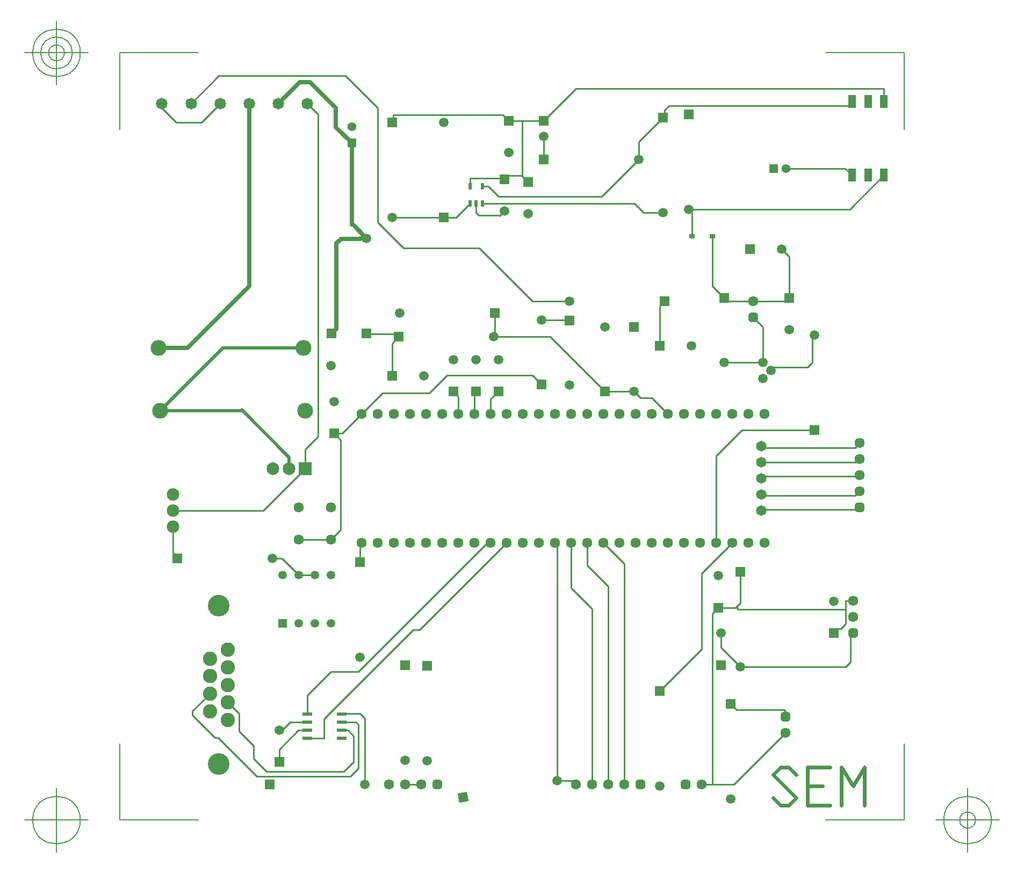
<source format=gbr>
G04 Generated by Ultiboard 13.0 *
%FSLAX34Y34*%
%MOMM*%

%ADD10C,0.0001*%
%ADD11C,0.5600*%
%ADD12C,0.2540*%
%ADD13C,0.7000*%
%ADD14C,0.5000*%
%ADD15C,0.1270*%
%ADD16C,3.4036*%
%ADD17C,2.2600*%
%ADD18C,1.6088*%
%ADD19C,1.6510*%
%ADD20C,1.5076*%
%ADD21R,0.5291X0.5291*%
%ADD22C,0.9949*%
%ADD23C,1.9898*%
%ADD24C,2.4978*%
%ADD25C,1.5000*%
%ADD26R,1.5000X1.5000*%
%ADD27P,2.1213X4X55*%
%ADD28C,1.9930*%
%ADD29R,1.9930X1.9930*%
%ADD30C,1.8202*%
%ADD31R,0.5500X1.1000*%
%ADD32C,1.4000*%
%ADD33R,1.4000X1.4000*%
%ADD34R,1.1700X2.0800*%
%ADD35R,1.3446X1.3446*%
%ADD36C,1.3446*%
%ADD37R,1.5500X0.6000*%
%ADD38R,0.8200X0.7600*%


G04 ColorRGB 00FF00 for the following layer *
%LNCopper Top*%
%LPD*%
G54D10*
G54D11*
X1281053Y-56540D02*
X1293000Y-68540D01*
X1304947Y-68540D01*
X1316893Y-56540D01*
X1281053Y-20540D01*
X1293000Y-8540D01*
X1304947Y-8540D01*
X1316893Y-20540D01*
X1370653Y-68540D02*
X1334813Y-68540D01*
X1334813Y-38540D01*
X1334813Y-8540D01*
X1370653Y-8540D01*
X1334813Y-38540D02*
X1358707Y-38540D01*
X1388573Y-68540D02*
X1388573Y-8540D01*
X1406493Y-38540D01*
X1424413Y-8540D01*
X1424413Y-68540D01*
G54D12*
X1168400Y-35560D02*
X1219200Y-35560D01*
X1198880Y203200D02*
X1198880Y180200D01*
X1229360Y149720D01*
X1194300Y242840D02*
X1224780Y242840D01*
X1229360Y299720D02*
X1229360Y250460D01*
X1221740Y242840D01*
X1203960Y629920D02*
X1264920Y629920D01*
X1264920Y685800D01*
X1249680Y701040D01*
X1300980Y726440D02*
X1306060Y731520D01*
X1209040Y726440D02*
X1300980Y726440D01*
X1061720Y584200D02*
X1071880Y574040D01*
X1089660Y574040D01*
X1115060Y548640D01*
X335280Y370840D02*
X335280Y327520D01*
X341710Y321090D01*
X584200Y350520D02*
X599440Y365760D01*
X599440Y507500D01*
X588780Y518160D01*
X601980Y518160D01*
X784860Y548640D02*
X784860Y576080D01*
X776740Y584200D01*
X810260Y548640D02*
X810260Y582160D01*
X812300Y584200D01*
X835660Y548640D02*
X835660Y572000D01*
X847860Y584200D01*
X680120Y608700D02*
X680120Y659800D01*
X690880Y670560D01*
X842230Y707470D02*
X842230Y671910D01*
X840880Y670560D01*
X929640Y670560D01*
X1016000Y584200D01*
X726440Y-35560D02*
X701040Y-35560D01*
X1300480Y71120D02*
X1300480Y79520D01*
X1297500Y82500D01*
X1222500Y82500D01*
X1222500Y83060D01*
X1214120Y91440D01*
X1016000Y584200D02*
X1061720Y584200D01*
X915498Y696820D02*
X959260Y696820D01*
X960120Y695960D01*
X601980Y518160D02*
X665480Y581660D01*
X739140Y581660D01*
X767080Y609600D01*
X901118Y609600D01*
X915498Y595220D01*
X335280Y396240D02*
X477520Y396240D01*
X543560Y462280D01*
X512030Y298670D02*
X508000Y294640D01*
X531984Y350520D02*
X584200Y350520D01*
X491710Y321090D02*
X506950Y321090D01*
X533400Y294640D01*
X558800Y294640D01*
X632460Y345440D02*
X632460Y339960D01*
X630000Y337500D01*
X630000Y314960D01*
X629920Y314960D01*
X1102360Y111760D02*
X1168400Y177800D01*
X1168400Y297180D01*
X1216660Y345440D01*
X940201Y-29833D02*
X964553Y-29833D01*
X970280Y-35560D01*
X637680Y-35560D02*
X637680Y68440D01*
X629920Y76200D01*
X602310Y76200D01*
X601040Y74930D01*
X601040Y62230D02*
X623570Y62230D01*
X627380Y58420D01*
X462280Y25400D02*
X439420Y48260D01*
X439420Y75946D01*
X421640Y93726D01*
X627380Y-10160D02*
X627380Y58420D01*
X627380Y-10160D02*
X614680Y-22860D01*
X467360Y-22860D01*
X406400Y38100D01*
X604520Y-15240D02*
X482600Y-15240D01*
X462280Y5080D01*
X462280Y25400D01*
X601040Y49530D02*
X610870Y49530D01*
X619760Y40640D01*
X619760Y0D01*
X604520Y-15240D01*
X502420Y0D02*
X502420Y19820D01*
X532130Y49530D01*
X547040Y49530D01*
X502420Y50000D02*
X507200Y50000D01*
X519430Y62230D01*
X547040Y62230D01*
X1046480Y-35560D02*
X1046480Y312420D01*
X1013460Y345440D01*
X1021080Y-35560D02*
X1021080Y276860D01*
X988060Y309880D01*
X988060Y345440D01*
X995680Y-35560D02*
X995680Y241300D01*
X962660Y274320D01*
X962660Y345440D01*
X940201Y-29833D02*
X940201Y342499D01*
X937260Y345440D01*
X547040Y74930D02*
X547040Y105080D01*
X584200Y142240D01*
X627380Y142240D01*
X830580Y345440D01*
X835660Y345440D01*
X547040Y36830D02*
X572770Y36830D01*
X572770Y67310D01*
X713740Y208280D01*
X723900Y208280D01*
X861060Y345440D01*
X1219200Y-35560D02*
X1300480Y45720D01*
X1346200Y673240D02*
X1342500Y669540D01*
X1342500Y630000D01*
X1335000Y622500D01*
X1282500Y622500D01*
X1282500Y622100D01*
X1277620Y617220D01*
X1417320Y502920D02*
X1410000Y495600D01*
X1410000Y495000D01*
X1265220Y495000D01*
X1262380Y497840D01*
X1417320Y477520D02*
X1412300Y472500D01*
X1267500Y472500D01*
X1267440Y472440D01*
X1262380Y472440D01*
X1417320Y401320D02*
X1413500Y397500D01*
X1267500Y397500D01*
X1266240Y396240D01*
X1262380Y396240D01*
X1417320Y426720D02*
X1410600Y420000D01*
X1267500Y420000D01*
X1265860Y421640D01*
X1262380Y421640D01*
X1417320Y452120D02*
X1412120Y452120D01*
X1410000Y450000D01*
X1265340Y450000D01*
X1262380Y447040D01*
X1229360Y149720D02*
X1237220Y149720D01*
X1237500Y150000D01*
X1395000Y150000D01*
X1402500Y157500D01*
X1402500Y198540D01*
X1407160Y203200D01*
X1185000Y-35560D02*
X1185000Y233540D01*
X1194300Y242840D01*
X1224780Y242840D02*
X1224780Y241120D01*
X1224780Y240000D01*
X1395000Y240000D01*
X1407160Y254000D02*
X1395000Y254000D01*
X1395000Y217500D01*
X1387500Y210000D01*
X1382980Y210000D01*
X1376180Y203200D01*
X680420Y858520D02*
X762000Y858520D01*
X781240Y858520D01*
X803300Y880580D01*
X919480Y985920D02*
X919480Y949960D01*
X1069480Y949960D02*
X1069480Y978040D01*
X1107440Y1016000D01*
X864100Y1010920D02*
X919480Y1010920D01*
X864100Y1010920D02*
X855020Y1020000D01*
X682500Y1020000D01*
X682500Y1008520D01*
X680420Y1008520D01*
X690880Y670560D02*
X690880Y675000D01*
X640080Y675000D01*
X640080Y675640D01*
X1107440Y1016000D02*
X1110000Y1016000D01*
X1110000Y1027500D01*
X1117500Y1035000D01*
X1402500Y1035000D01*
X1405434Y1037934D01*
X1405434Y1041646D01*
X1455434Y1041646D02*
X1455434Y1061706D01*
X970266Y1061706D01*
X919480Y1010920D01*
X1185025Y828565D02*
X1185025Y750455D01*
X1203960Y731520D01*
X1152825Y828565D02*
X1152825Y866335D01*
X1148080Y871080D01*
X1306060Y731520D02*
X1306060Y796760D01*
X1294600Y808220D01*
X1301320Y935880D02*
X1394600Y935880D01*
X1405434Y925046D01*
X1148080Y871080D02*
X1401468Y871080D01*
X1455434Y925046D01*
X822300Y907580D02*
X832320Y907580D01*
X848360Y891540D01*
X1011060Y891540D01*
X1069480Y949960D01*
X803300Y907580D02*
X803300Y920140D01*
X855560Y920140D01*
X857020Y918680D01*
X1191260Y345440D02*
X1191260Y482600D01*
X1231900Y523240D01*
X1346200Y523240D01*
X960120Y726740D02*
X901400Y726740D01*
X817880Y810260D01*
X698500Y810260D01*
X657860Y850900D01*
X657860Y1031240D01*
X607060Y1082040D01*
X407339Y1082040D01*
X363408Y1038109D01*
X409307Y1038109D02*
X408199Y1038109D01*
X340369Y1008371D02*
X317509Y1031231D01*
X317509Y1038109D01*
X857020Y868680D02*
X849400Y861060D01*
X812800Y880580D02*
X812800Y866140D01*
X817130Y861810D01*
X850150Y861810D01*
X822300Y880580D02*
X1062520Y880580D01*
X1077100Y866000D01*
X1107440Y866000D01*
X885000Y1010920D02*
X885000Y922500D01*
X886480Y922500D01*
X894580Y914400D01*
X857020Y918680D02*
X862900Y924560D01*
X885000Y924560D01*
X563880Y1021232D02*
X547003Y1038109D01*
X563880Y1021232D02*
X563880Y513080D01*
X543560Y492760D01*
X543560Y462280D01*
X1102360Y655820D02*
X1102360Y718980D01*
X1110120Y726740D01*
X340360Y1008380D02*
X379577Y1008380D01*
X409307Y1038109D01*
X406400Y38100D02*
X401320Y38100D01*
X365760Y73660D01*
X365760Y80137D01*
X393192Y107569D01*
G54D13*
X312523Y652883D02*
X358243Y652883D01*
X455205Y749845D01*
X455205Y1038109D01*
X501104Y1038109D02*
X501104Y1039584D01*
X616680Y849040D02*
X640080Y825640D01*
X616680Y976260D02*
X616680Y847820D01*
X640080Y825640D02*
X630640Y825640D01*
X630000Y825000D01*
X600000Y825000D01*
X592500Y817500D01*
X592500Y682500D01*
X591560Y682500D01*
X584700Y675640D01*
X551180Y1071880D02*
X534875Y1071880D01*
X501104Y1038109D01*
X551180Y1071880D02*
X591820Y1031240D01*
X591820Y1001120D01*
X616680Y976260D01*
G54D14*
X443230Y554990D02*
X518160Y480060D01*
X518160Y462280D01*
X441960Y553720D02*
X314960Y553720D01*
X541123Y652883D02*
X414123Y652883D01*
X314960Y553720D01*
G54D15*
X251476Y-91880D02*
X251476Y29107D01*
X251476Y-91880D02*
X375056Y-91880D01*
X1487274Y-91880D02*
X1363694Y-91880D01*
X1487274Y-91880D02*
X1487274Y29107D01*
X1487274Y1117994D02*
X1487274Y997007D01*
X1487274Y1117994D02*
X1363694Y1117994D01*
X251476Y1117994D02*
X375056Y1117994D01*
X251476Y1117994D02*
X251476Y997007D01*
X201476Y-91880D02*
X101476Y-91880D01*
X151476Y-141880D02*
X151476Y-41880D01*
X113976Y-91880D02*
G75*
D01*
G02X113976Y-91880I37500J0*
G01*
X1537274Y-91880D02*
X1637274Y-91880D01*
X1587274Y-141880D02*
X1587274Y-41880D01*
X1549774Y-91880D02*
G75*
D01*
G02X1549774Y-91880I37500J0*
G01*
X1574774Y-91880D02*
G75*
D01*
G02X1574774Y-91880I12500J0*
G01*
X201476Y1117994D02*
X101476Y1117994D01*
X151476Y1067994D02*
X151476Y1167994D01*
X113976Y1117994D02*
G75*
D01*
G02X113976Y1117994I37500J0*
G01*
X126476Y1117994D02*
G75*
D01*
G02X126476Y1117994I25000J0*
G01*
X138976Y1117994D02*
G75*
D01*
G02X138976Y1117994I12500J0*
G01*
G54D16*
X407416Y246380D03*
X407416Y-3556D03*
G54D17*
X421640Y66040D03*
X421640Y93726D03*
X421640Y121412D03*
X421640Y149098D03*
X421640Y176784D03*
X393192Y79883D03*
X393192Y107569D03*
X393192Y135255D03*
X393192Y162941D03*
G54D18*
X632460Y548640D03*
X657860Y548640D03*
X683260Y548640D03*
X708660Y548640D03*
X734060Y548640D03*
X759460Y548640D03*
X784860Y548640D03*
X810260Y548640D03*
X835660Y548640D03*
X861060Y548640D03*
X886460Y548640D03*
X911860Y548640D03*
X937260Y548640D03*
X962660Y548640D03*
X988060Y548640D03*
X1013460Y548640D03*
X1038860Y548640D03*
X1064260Y548640D03*
X1089660Y548640D03*
X1115060Y548640D03*
X1140460Y548640D03*
X1165860Y548640D03*
X1191260Y548640D03*
X1242060Y548640D03*
X632460Y345440D03*
X657860Y345440D03*
X683260Y345440D03*
X708660Y345440D03*
X734060Y345440D03*
X759460Y345440D03*
X784860Y345440D03*
X810260Y345440D03*
X835660Y345440D03*
X861060Y345440D03*
X886460Y345440D03*
X911860Y345440D03*
X937260Y345440D03*
X962660Y345440D03*
X988060Y345440D03*
X1013460Y345440D03*
X1038860Y345440D03*
X1064260Y345440D03*
X1089660Y345440D03*
X1115060Y345440D03*
X1140460Y345440D03*
X1165860Y345440D03*
X1191260Y345440D03*
X1216660Y345440D03*
X1242060Y345440D03*
X1267460Y345440D03*
X1267460Y548640D03*
X1216660Y548640D03*
X584200Y350520D03*
X584200Y401320D03*
X533400Y350520D03*
X533400Y401320D03*
X701040Y-35560D03*
X726440Y-35560D03*
X675640Y-35560D03*
X1046480Y-35560D03*
X1021080Y-35560D03*
X970280Y-35560D03*
X995680Y-35560D03*
X1168400Y-35560D03*
X1300480Y45720D03*
X1249680Y726440D03*
X1417320Y426720D03*
X1417320Y452120D03*
X1417320Y502920D03*
X1417320Y477520D03*
X1407160Y228600D03*
X1407160Y254000D03*
G54D19*
X1262380Y497840D03*
X1262380Y472440D03*
X1262380Y447040D03*
X1262380Y421640D03*
X1262380Y396240D03*
G54D20*
X1264920Y604520D03*
X1277620Y617220D03*
X1264920Y629920D03*
G54D21*
X751840Y-35560D03*
X1071880Y-35560D03*
X1143000Y-35560D03*
X1300480Y71120D03*
X1249680Y701040D03*
X1417320Y401320D03*
X1407160Y203200D03*
G54D22*
X749195Y-38205D02*
X754485Y-38205D01*
X754485Y-32915D01*
X749195Y-32915D01*
X749195Y-38205D01*D02*
X1069235Y-38205D02*
X1074525Y-38205D01*
X1074525Y-32915D01*
X1069235Y-32915D01*
X1069235Y-38205D01*D02*
X1140355Y-38205D02*
X1145645Y-38205D01*
X1145645Y-32915D01*
X1140355Y-32915D01*
X1140355Y-38205D01*D02*
X1297835Y68475D02*
X1303125Y68475D01*
X1303125Y73765D01*
X1297835Y73765D01*
X1297835Y68475D01*D02*
X1247035Y698395D02*
X1252325Y698395D01*
X1252325Y703685D01*
X1247035Y703685D01*
X1247035Y698395D01*D02*
X1414675Y398675D02*
X1419965Y398675D01*
X1419965Y403965D01*
X1414675Y403965D01*
X1414675Y398675D01*D02*
X1404515Y200555D02*
X1409805Y200555D01*
X1409805Y205845D01*
X1404515Y205845D01*
X1404515Y200555D01*D02*
G54D23*
X335280Y370840D03*
X335280Y421640D03*
X335280Y396240D03*
G54D24*
X541123Y652883D03*
X312523Y652883D03*
X543560Y553720D03*
X314960Y553720D03*
G54D25*
X588780Y568160D03*
X1102360Y-38240D03*
X960120Y594360D03*
X915498Y696820D03*
X1016000Y685800D03*
X1061720Y584200D03*
X1152360Y655820D03*
X1198880Y203200D03*
X1229360Y149720D03*
X1194800Y293640D03*
X847860Y634200D03*
X812300Y634200D03*
X776740Y634200D03*
X840880Y670560D03*
X692230Y707470D03*
X730120Y608700D03*
X491710Y321090D03*
X940201Y-29833D03*
X1306060Y681520D03*
X637680Y-35560D03*
X502420Y50000D03*
X701040Y2400D03*
X735250Y1350D03*
X1203960Y629920D03*
X960120Y726740D03*
X1214120Y-58560D03*
X629920Y164960D03*
X1346200Y673240D03*
X1376180Y253200D03*
X640080Y825640D03*
X857020Y868680D03*
X680420Y858520D03*
X762000Y1008520D03*
X1107440Y866000D03*
X1148080Y871080D03*
X1069480Y949960D03*
X864100Y960920D03*
X919480Y985920D03*
X894580Y864400D03*
X584200Y624840D03*
X1294600Y808220D03*
G54D26*
X588780Y518160D03*
X1102360Y111760D03*
X960120Y695960D03*
X915498Y595220D03*
X1016000Y584200D03*
X1061720Y685800D03*
X1102360Y655820D03*
X1198380Y152400D03*
X1229360Y299720D03*
X1194300Y242840D03*
X847860Y584200D03*
X812300Y584200D03*
X776740Y584200D03*
X690880Y670560D03*
X842230Y707470D03*
X680120Y608700D03*
X341710Y321090D03*
X1306060Y731520D03*
X487680Y-35560D03*
X502420Y0D03*
X701040Y152400D03*
X735250Y151350D03*
X1203960Y731520D03*
X1110120Y726740D03*
X1214120Y91440D03*
X629920Y314960D03*
X1346200Y523240D03*
X1376180Y203200D03*
X640080Y675640D03*
X857020Y918680D03*
X680420Y1008520D03*
X762000Y858520D03*
X1107440Y1016000D03*
X1148080Y1021080D03*
X919480Y949960D03*
X864100Y1010920D03*
X919480Y1010920D03*
X894580Y914400D03*
X584700Y675640D03*
X1244600Y808220D03*
G54D27*
X792480Y-55880D03*
G54D28*
X492760Y462280D03*
X518160Y462280D03*
G54D29*
X543560Y462280D03*
G54D30*
X409307Y1038109D03*
X455205Y1038109D03*
X501104Y1038109D03*
X547003Y1038109D03*
X317509Y1038109D03*
X363408Y1038109D03*
G54D31*
X803300Y880580D03*
X812800Y880580D03*
X822300Y880580D03*
X803300Y907580D03*
X822300Y907580D03*
G54D32*
X616680Y1001260D03*
X1301320Y935880D03*
G54D33*
X616680Y976260D03*
X1281320Y935880D03*
G54D34*
X1405434Y1041646D03*
X1430434Y1041646D03*
X1455434Y925046D03*
X1430434Y925046D03*
X1455434Y1041646D03*
X1405434Y925046D03*
G54D35*
X508000Y218440D03*
G54D36*
X533400Y218440D03*
X558800Y218440D03*
X584200Y218440D03*
X508000Y294640D03*
X533400Y294640D03*
X558800Y294640D03*
X584200Y294640D03*
G54D37*
X547040Y36830D03*
X601040Y36830D03*
X547040Y49530D03*
X547040Y62230D03*
X601040Y49530D03*
X601040Y62230D03*
X547040Y74930D03*
X601040Y74930D03*
G54D38*
X1152825Y828565D03*
X1185025Y828565D03*

M02*

</source>
